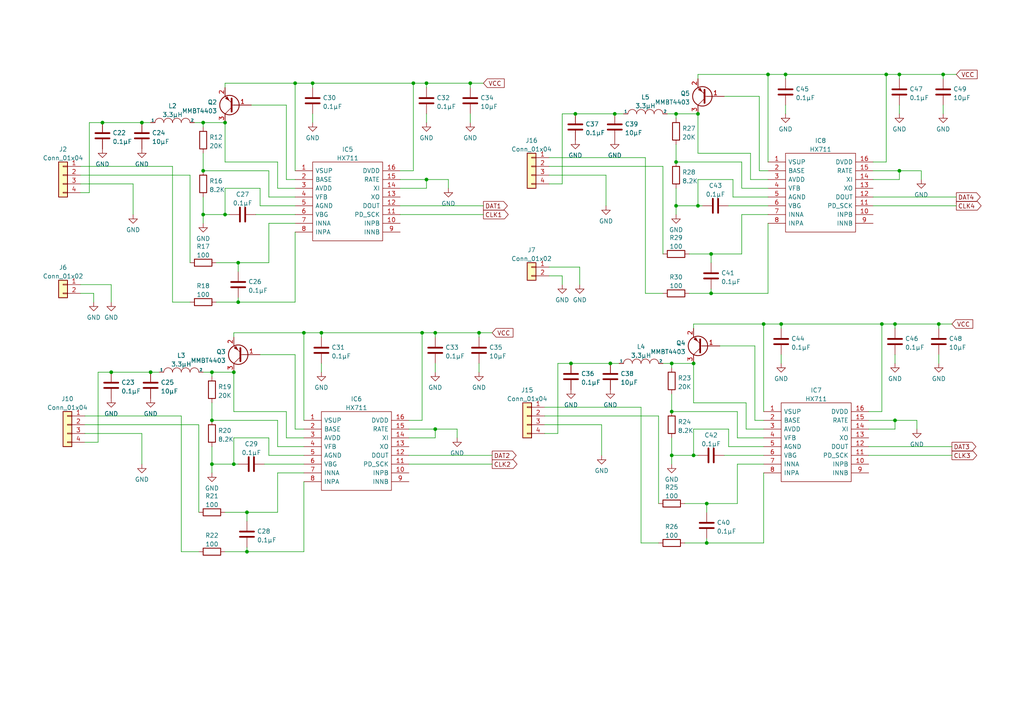
<source format=kicad_sch>
(kicad_sch (version 20231120) (generator "eeschema") (generator_version "8.0")
  (paper "A4")
  (junction (at 122.428 96.52))
  (junction (at 221.488 93.98))
  (junction (at 126.238 124.46))
  (junction (at 260.858 49.53))
  (junction (at 196.088 59.69))
  (junction (at 177.038 105.41))
  (junction (at 196.088 46.99))
  (junction (at 201.168 105.41))
  (junction (at 58.928 49.53))
  (junction (at 202.438 33.02))
  (junction (at 67.818 134.62))
  (junction (at 61.468 107.95))
  (junction (at 123.698 52.07))
  (junction (at 67.818 107.95))
  (junction (at 204.978 157.48))
  (junction (at 93.218 96.52))
  (junction (at 194.818 119.38))
  (junction (at 85.598 24.13))
  (junction (at 136.398 24.13))
  (junction (at 257.048 21.59))
  (junction (at 194.818 132.08))
  (junction (at 165.608 105.41))
  (junction (at 166.878 33.02))
  (junction (at 61.468 134.62))
  (junction (at 196.088 33.02))
  (junction (at 69.088 87.63))
  (junction (at 178.308 33.02))
  (junction (at 201.168 132.08))
  (junction (at 123.698 24.13))
  (junction (at 65.278 35.56))
  (junction (at 58.928 62.23))
  (junction (at 138.938 96.52))
  (junction (at 90.678 24.13))
  (junction (at 69.088 76.2))
  (junction (at 58.928 35.56))
  (junction (at 71.628 148.59))
  (junction (at 126.238 96.52))
  (junction (at 206.248 85.09))
  (junction (at 272.288 93.98))
  (junction (at 29.718 35.56))
  (junction (at 255.778 93.98))
  (junction (at 61.468 121.92))
  (junction (at 273.558 21.59))
  (junction (at 206.248 73.66))
  (junction (at 202.438 59.69))
  (junction (at 259.588 121.92))
  (junction (at 259.588 93.98))
  (junction (at 194.818 105.41))
  (junction (at 204.978 146.05))
  (junction (at 119.888 24.13))
  (junction (at 227.838 21.59))
  (junction (at 43.688 107.95))
  (junction (at 226.568 93.98))
  (junction (at 71.628 160.02))
  (junction (at 32.258 107.95))
  (junction (at 222.758 21.59))
  (junction (at 41.148 35.56))
  (junction (at 65.278 62.23))
  (junction (at 88.138 96.52))
  (junction (at 260.858 21.59))
  (wire (pts (xy 126.238 96.52) (xy 126.238 97.79)))
  (wire (pts (xy 61.468 134.62) (xy 61.468 137.16)))
  (wire (pts (xy 71.628 148.59) (xy 71.628 151.13)))
  (wire (pts (xy 58.928 36.83) (xy 58.928 35.56)))
  (wire (pts (xy 215.138 46.99) (xy 196.088 46.99)))
  (wire (pts (xy 29.718 35.56) (xy 41.148 35.56)))
  (wire (pts (xy 65.278 25.4) (xy 65.278 24.13)))
  (wire (pts (xy 126.238 105.41) (xy 126.238 107.95)))
  (wire (pts (xy 77.978 132.08) (xy 88.138 132.08)))
  (wire (pts (xy 80.518 129.54) (xy 80.518 121.92)))
  (wire (pts (xy 85.598 87.63) (xy 85.598 67.31)))
  (wire (pts (xy 259.588 93.98) (xy 259.588 95.25)))
  (wire (pts (xy 50.038 87.63) (xy 55.118 87.63)))
  (wire (pts (xy 80.518 148.59) (xy 71.628 148.59)))
  (wire (pts (xy 123.698 52.07) (xy 130.048 52.07)))
  (wire (pts (xy 251.968 121.92) (xy 259.588 121.92)))
  (wire (pts (xy 193.548 33.02) (xy 196.088 33.02)))
  (wire (pts (xy 77.978 49.53) (xy 58.928 49.53)))
  (wire (pts (xy 221.488 157.48) (xy 221.488 137.16)))
  (wire (pts (xy 163.068 53.34) (xy 159.258 53.34)))
  (wire (pts (xy 32.258 107.95) (xy 43.688 107.95)))
  (wire (pts (xy 163.068 33.02) (xy 163.068 53.34)))
  (wire (pts (xy 196.088 33.02) (xy 202.438 33.02)))
  (wire (pts (xy 220.218 27.94) (xy 220.218 49.53)))
  (wire (pts (xy 138.938 105.41) (xy 138.938 107.95)))
  (wire (pts (xy 118.618 124.46) (xy 126.238 124.46)))
  (wire (pts (xy 83.058 30.48) (xy 83.058 52.07)))
  (wire (pts (xy 28.448 128.27) (xy 24.638 128.27)))
  (wire (pts (xy 41.148 134.62) (xy 41.148 125.73)))
  (wire (pts (xy 267.208 49.53) (xy 267.208 52.07)))
  (wire (pts (xy 201.168 124.46) (xy 211.328 124.46)))
  (wire (pts (xy 259.588 102.87) (xy 259.588 105.41)))
  (wire (pts (xy 67.818 127) (xy 77.978 127)))
  (wire (pts (xy 80.518 121.92) (xy 61.468 121.92)))
  (wire (pts (xy 187.198 85.09) (xy 192.278 85.09)))
  (wire (pts (xy 257.048 21.59) (xy 257.048 46.99)))
  (wire (pts (xy 191.008 120.65) (xy 157.988 120.65)))
  (wire (pts (xy 23.368 82.55) (xy 32.258 82.55)))
  (wire (pts (xy 85.598 102.87) (xy 85.598 124.46)))
  (wire (pts (xy 187.198 45.72) (xy 187.198 85.09)))
  (wire (pts (xy 75.438 102.87) (xy 85.598 102.87)))
  (wire (pts (xy 178.308 33.02) (xy 180.848 33.02)))
  (wire (pts (xy 138.938 96.52) (xy 138.938 97.79)))
  (wire (pts (xy 123.698 33.02) (xy 123.698 35.56)))
  (wire (pts (xy 196.088 59.69) (xy 202.438 59.69)))
  (wire (pts (xy 157.988 118.11) (xy 185.928 118.11)))
  (wire (pts (xy 23.368 48.26) (xy 50.038 48.26)))
  (wire (pts (xy 196.088 54.61) (xy 196.088 59.69)))
  (wire (pts (xy 57.658 148.59) (xy 57.658 123.19)))
  (wire (pts (xy 61.468 109.22) (xy 61.468 107.95)))
  (wire (pts (xy 88.138 160.02) (xy 88.138 139.7)))
  (wire (pts (xy 213.868 119.38) (xy 194.818 119.38)))
  (wire (pts (xy 221.488 93.98) (xy 226.568 93.98)))
  (wire (pts (xy 213.868 146.05) (xy 213.868 134.62)))
  (wire (pts (xy 213.868 134.62) (xy 221.488 134.62)))
  (wire (pts (xy 213.868 127) (xy 213.868 119.38)))
  (wire (pts (xy 23.368 85.09) (xy 27.178 85.09)))
  (wire (pts (xy 202.438 21.59) (xy 222.758 21.59)))
  (wire (pts (xy 259.588 121.92) (xy 265.938 121.92)))
  (wire (pts (xy 119.888 24.13) (xy 123.698 24.13)))
  (wire (pts (xy 61.468 134.62) (xy 67.818 134.62)))
  (wire (pts (xy 85.598 52.07) (xy 83.058 52.07)))
  (wire (pts (xy 255.778 93.98) (xy 255.778 119.38)))
  (wire (pts (xy 185.928 118.11) (xy 185.928 157.48)))
  (wire (pts (xy 132.588 124.46) (xy 132.588 127)))
  (wire (pts (xy 80.518 148.59) (xy 80.518 137.16)))
  (wire (pts (xy 24.638 120.65) (xy 52.578 120.65)))
  (wire (pts (xy 194.818 132.08) (xy 194.818 134.62)))
  (wire (pts (xy 88.138 96.52) (xy 88.138 121.92)))
  (wire (pts (xy 273.558 21.59) (xy 273.558 22.86)))
  (wire (pts (xy 62.738 76.2) (xy 69.088 76.2)))
  (wire (pts (xy 88.138 129.54) (xy 80.518 129.54)))
  (wire (pts (xy 217.678 44.45) (xy 217.678 52.07)))
  (wire (pts (xy 192.278 48.26) (xy 159.258 48.26)))
  (wire (pts (xy 67.818 96.52) (xy 88.138 96.52)))
  (wire (pts (xy 136.398 24.13) (xy 136.398 25.4)))
  (wire (pts (xy 260.858 21.59) (xy 273.558 21.59)))
  (wire (pts (xy 201.168 105.41) (xy 201.168 116.84)))
  (wire (pts (xy 196.088 41.91) (xy 196.088 46.99)))
  (wire (pts (xy 202.438 52.07) (xy 212.598 52.07)))
  (wire (pts (xy 138.938 96.52) (xy 142.748 96.52)))
  (wire (pts (xy 257.048 46.99) (xy 253.238 46.99)))
  (wire (pts (xy 222.758 49.53) (xy 220.218 49.53)))
  (wire (pts (xy 159.258 45.72) (xy 187.198 45.72)))
  (wire (pts (xy 206.248 73.66) (xy 206.248 76.2)))
  (wire (pts (xy 90.678 24.13) (xy 119.888 24.13)))
  (wire (pts (xy 69.088 87.63) (xy 85.598 87.63)))
  (wire (pts (xy 77.978 64.77) (xy 85.598 64.77)))
  (wire (pts (xy 177.038 105.41) (xy 179.578 105.41)))
  (wire (pts (xy 202.438 22.86) (xy 202.438 21.59)))
  (wire (pts (xy 83.058 119.38) (xy 83.058 127)))
  (wire (pts (xy 118.618 134.62) (xy 142.748 134.62)))
  (wire (pts (xy 67.818 134.62) (xy 67.818 127)))
  (wire (pts (xy 58.928 57.15) (xy 58.928 62.23)))
  (wire (pts (xy 69.088 76.2) (xy 69.088 78.74)))
  (wire (pts (xy 185.928 157.48) (xy 191.008 157.48)))
  (wire (pts (xy 52.578 120.65) (xy 52.578 160.02)))
  (wire (pts (xy 215.138 73.66) (xy 206.248 73.66)))
  (wire (pts (xy 65.278 62.23) (xy 65.278 54.61)))
  (wire (pts (xy 57.658 123.19) (xy 24.638 123.19)))
  (wire (pts (xy 227.838 30.48) (xy 227.838 33.02)))
  (wire (pts (xy 206.248 85.09) (xy 222.758 85.09)))
  (wire (pts (xy 260.858 21.59) (xy 260.858 22.86)))
  (wire (pts (xy 69.088 86.36) (xy 69.088 87.63)))
  (wire (pts (xy 90.678 33.02) (xy 90.678 35.56)))
  (wire (pts (xy 77.978 57.15) (xy 77.978 49.53)))
  (wire (pts (xy 58.928 107.95) (xy 61.468 107.95)))
  (wire (pts (xy 25.908 35.56) (xy 25.908 55.88)))
  (wire (pts (xy 206.248 83.82) (xy 206.248 85.09)))
  (wire (pts (xy 41.148 35.56) (xy 43.688 35.56)))
  (wire (pts (xy 255.778 93.98) (xy 259.588 93.98)))
  (wire (pts (xy 85.598 57.15) (xy 77.978 57.15)))
  (wire (pts (xy 27.178 85.09) (xy 27.178 87.63)))
  (wire (pts (xy 161.798 125.73) (xy 157.988 125.73)))
  (wire (pts (xy 61.468 107.95) (xy 67.818 107.95)))
  (wire (pts (xy 85.598 24.13) (xy 90.678 24.13)))
  (wire (pts (xy 136.398 24.13) (xy 140.208 24.13)))
  (wire (pts (xy 255.778 119.38) (xy 251.968 119.38)))
  (wire (pts (xy 221.488 127) (xy 213.868 127)))
  (wire (pts (xy 221.488 121.92) (xy 218.948 121.92)))
  (wire (pts (xy 253.238 52.07) (xy 260.858 52.07)))
  (wire (pts (xy 77.978 76.2) (xy 77.978 64.77)))
  (wire (pts (xy 260.858 49.53) (xy 260.858 52.07)))
  (wire (pts (xy 226.568 102.87) (xy 226.568 105.41)))
  (wire (pts (xy 116.078 54.61) (xy 123.698 54.61)))
  (wire (pts (xy 90.678 24.13) (xy 90.678 25.4)))
  (wire (pts (xy 272.288 93.98) (xy 272.288 95.25)))
  (wire (pts (xy 157.988 123.19) (xy 174.498 123.19)))
  (wire (pts (xy 67.818 119.38) (xy 83.058 119.38)))
  (wire (pts (xy 75.438 59.69) (xy 85.598 59.69)))
  (wire (pts (xy 74.168 62.23) (xy 85.598 62.23)))
  (wire (pts (xy 69.088 134.62) (xy 67.818 134.62)))
  (wire (pts (xy 192.278 105.41) (xy 194.818 105.41)))
  (wire (pts (xy 116.078 52.07) (xy 123.698 52.07)))
  (wire (pts (xy 211.328 129.54) (xy 221.488 129.54)))
  (wire (pts (xy 273.558 21.59) (xy 277.368 21.59)))
  (wire (pts (xy 23.368 53.34) (xy 38.608 53.34)))
  (wire (pts (xy 122.428 96.52) (xy 126.238 96.52)))
  (wire (pts (xy 253.238 59.69) (xy 277.368 59.69)))
  (wire (pts (xy 272.288 102.87) (xy 272.288 105.41)))
  (wire (pts (xy 226.568 93.98) (xy 255.778 93.98)))
  (wire (pts (xy 85.598 24.13) (xy 85.598 49.53)))
  (wire (pts (xy 123.698 52.07) (xy 123.698 54.61)))
  (wire (pts (xy 93.218 96.52) (xy 93.218 97.79)))
  (wire (pts (xy 227.838 21.59) (xy 227.838 22.86)))
  (wire (pts (xy 65.278 54.61) (xy 75.438 54.61)))
  (wire (pts (xy 126.238 124.46) (xy 132.588 124.46)))
  (wire (pts (xy 163.068 80.01) (xy 163.068 82.55)))
  (wire (pts (xy 211.328 59.69) (xy 222.758 59.69)))
  (wire (pts (xy 119.888 49.53) (xy 116.078 49.53)))
  (wire (pts (xy 194.818 127) (xy 194.818 132.08)))
  (wire (pts (xy 159.258 50.8) (xy 175.768 50.8)))
  (wire (pts (xy 175.768 59.69) (xy 175.768 50.8)))
  (wire (pts (xy 194.818 114.3) (xy 194.818 119.38)))
  (wire (pts (xy 166.878 33.02) (xy 178.308 33.02)))
  (wire (pts (xy 210.058 132.08) (xy 221.488 132.08)))
  (wire (pts (xy 215.138 73.66) (xy 215.138 62.23)))
  (wire (pts (xy 116.078 59.69) (xy 140.208 59.69)))
  (wire (pts (xy 222.758 21.59) (xy 222.758 46.99)))
  (wire (pts (xy 211.328 124.46) (xy 211.328 129.54)))
  (wire (pts (xy 216.408 124.46) (xy 221.488 124.46)))
  (wire (pts (xy 93.218 105.41) (xy 93.218 107.95)))
  (wire (pts (xy 71.628 160.02) (xy 88.138 160.02)))
  (wire (pts (xy 38.608 62.23) (xy 38.608 53.34)))
  (wire (pts (xy 191.008 146.05) (xy 191.008 120.65)))
  (wire (pts (xy 88.138 124.46) (xy 85.598 124.46)))
  (wire (pts (xy 71.628 158.75) (xy 71.628 160.02)))
  (wire (pts (xy 77.978 76.2) (xy 69.088 76.2)))
  (wire (pts (xy 203.708 59.69) (xy 202.438 59.69)))
  (wire (pts (xy 93.218 96.52) (xy 122.428 96.52)))
  (wire (pts (xy 72.898 30.48) (xy 83.058 30.48)))
  (wire (pts (xy 208.788 100.33) (xy 218.948 100.33)))
  (wire (pts (xy 201.168 132.08) (xy 201.168 124.46)))
  (wire (pts (xy 61.468 129.54) (xy 61.468 134.62)))
  (wire (pts (xy 259.588 121.92) (xy 259.588 124.46)))
  (wire (pts (xy 210.058 27.94) (xy 220.218 27.94)))
  (wire (pts (xy 221.488 93.98) (xy 221.488 119.38)))
  (wire (pts (xy 204.978 157.48) (xy 221.488 157.48)))
  (wire (pts (xy 212.598 52.07) (xy 212.598 57.15)))
  (wire (pts (xy 257.048 21.59) (xy 260.858 21.59)))
  (wire (pts (xy 194.818 105.41) (xy 201.168 105.41)))
  (wire (pts (xy 201.168 95.25) (xy 201.168 93.98)))
  (wire (pts (xy 199.898 85.09) (xy 206.248 85.09)))
  (wire (pts (xy 123.698 24.13) (xy 123.698 25.4)))
  (wire (pts (xy 199.898 73.66) (xy 206.248 73.66)))
  (wire (pts (xy 217.678 52.07) (xy 222.758 52.07)))
  (wire (pts (xy 43.688 107.95) (xy 46.228 107.95)))
  (wire (pts (xy 196.088 59.69) (xy 196.088 62.23)))
  (wire (pts (xy 58.928 62.23) (xy 58.928 64.77)))
  (wire (pts (xy 118.618 132.08) (xy 142.748 132.08)))
  (wire (pts (xy 196.088 34.29) (xy 196.088 33.02)))
  (wire (pts (xy 122.428 121.92) (xy 118.618 121.92)))
  (wire (pts (xy 62.738 87.63) (xy 69.088 87.63)))
  (wire (pts (xy 161.798 105.41) (xy 165.608 105.41)))
  (wire (pts (xy 216.408 116.84) (xy 216.408 124.46)))
  (wire (pts (xy 126.238 124.46) (xy 126.238 127)))
  (wire (pts (xy 24.638 125.73) (xy 41.148 125.73)))
  (wire (pts (xy 201.168 116.84) (xy 216.408 116.84)))
  (wire (pts (xy 66.548 62.23) (xy 65.278 62.23)))
  (wire (pts (xy 88.138 96.52) (xy 93.218 96.52)))
  (wire (pts (xy 52.578 160.02) (xy 57.658 160.02)))
  (wire (pts (xy 80.518 54.61) (xy 85.598 54.61)))
  (wire (pts (xy 202.438 132.08) (xy 201.168 132.08)))
  (wire (pts (xy 201.168 93.98) (xy 221.488 93.98)))
  (wire (pts (xy 161.798 105.41) (xy 161.798 125.73)))
  (wire (pts (xy 218.948 100.33) (xy 218.948 121.92)))
  (wire (pts (xy 202.438 33.02) (xy 202.438 44.45)))
  (wire (pts (xy 67.818 107.95) (xy 67.818 119.38)))
  (wire (pts (xy 260.858 49.53) (xy 267.208 49.53)))
  (wire (pts (xy 202.438 44.45) (xy 217.678 44.45)))
  (wire (pts (xy 215.138 54.61) (xy 215.138 46.99)))
  (wire (pts (xy 55.118 50.8) (xy 23.368 50.8)))
  (wire (pts (xy 272.288 93.98) (xy 276.098 93.98)))
  (wire (pts (xy 265.938 121.92) (xy 265.938 124.46)))
  (wire (pts (xy 198.628 157.48) (xy 204.978 157.48)))
  (wire (pts (xy 65.278 24.13) (xy 85.598 24.13)))
  (wire (pts (xy 76.708 134.62) (xy 88.138 134.62)))
  (wire (pts (xy 259.588 93.98) (xy 272.288 93.98)))
  (wire (pts (xy 202.438 59.69) (xy 202.438 52.07)))
  (wire (pts (xy 222.758 54.61) (xy 215.138 54.61)))
  (wire (pts (xy 32.258 82.55) (xy 32.258 87.63)))
  (wire (pts (xy 159.258 77.47) (xy 168.148 77.47)))
  (wire (pts (xy 198.628 146.05) (xy 204.978 146.05)))
  (wire (pts (xy 75.438 54.61) (xy 75.438 59.69)))
  (wire (pts (xy 130.048 52.07) (xy 130.048 54.61)))
  (wire (pts (xy 61.468 116.84) (xy 61.468 121.92)))
  (wire (pts (xy 260.858 30.48) (xy 260.858 33.02)))
  (wire (pts (xy 165.608 105.41) (xy 177.038 105.41)))
  (wire (pts (xy 25.908 55.88) (xy 23.368 55.88)))
  (wire (pts (xy 126.238 96.52) (xy 138.938 96.52)))
  (wire (pts (xy 123.698 24.13) (xy 136.398 24.13)))
  (wire (pts (xy 118.618 127) (xy 126.238 127)))
  (wire (pts (xy 25.908 35.56) (xy 29.718 35.56)))
  (wire (pts (xy 50.038 48.26) (xy 50.038 87.63)))
  (wire (pts (xy 168.148 77.47) (xy 168.148 82.55)))
  (wire (pts (xy 58.928 35.56) (xy 65.278 35.56)))
  (wire (pts (xy 194.818 132.08) (xy 201.168 132.08)))
  (wire (pts (xy 28.448 107.95) (xy 28.448 128.27)))
  (wire (pts (xy 253.238 49.53) (xy 260.858 49.53)))
  (wire (pts (xy 116.078 62.23) (xy 140.208 62.23)))
  (wire (pts (xy 136.398 33.02) (xy 136.398 35.56)))
  (wire (pts (xy 253.238 57.15) (xy 277.368 57.15)))
  (wire (pts (xy 174.498 132.08) (xy 174.498 123.19)))
  (wire (pts (xy 55.118 76.2) (xy 55.118 50.8)))
  (wire (pts (xy 119.888 24.13) (xy 119.888 49.53)))
  (wire (pts (xy 222.758 21.59) (xy 227.838 21.59)))
  (wire (pts (xy 65.278 35.56) (xy 65.278 46.99)))
  (wire (pts (xy 251.968 129.54) (xy 276.098 129.54)))
  (wire (pts (xy 227.838 21.59) (xy 257.048 21.59)))
  (wire (pts (xy 28.448 107.95) (xy 32.258 107.95)))
  (wire (pts (xy 226.568 93.98) (xy 226.568 95.25)))
  (wire (pts (xy 213.868 146.05) (xy 204.978 146.05)))
  (wire (pts (xy 251.968 132.08) (xy 276.098 132.08)))
  (wire (pts (xy 80.518 137.16) (xy 88.138 137.16)))
  (wire (pts (xy 273.558 30.48) (xy 273.558 33.02)))
  (wire (pts (xy 56.388 35.56) (xy 58.928 35.56)))
  (wire (pts (xy 222.758 85.09) (xy 222.758 64.77)))
  (wire (pts (xy 163.068 33.02) (xy 166.878 33.02)))
  (wire (pts (xy 204.978 146.05) (xy 204.978 148.59)))
  (wire (pts (xy 58.928 44.45) (xy 58.928 49.53)))
  (wire (pts (xy 122.428 96.52) (xy 122.428 121.92)))
  (wire (pts (xy 194.818 106.68) (xy 194.818 105.41)))
  (wire (pts (xy 58.928 62.23) (xy 65.278 62.23)))
  (wire (pts (xy 192.278 73.66) (xy 192.278 48.26)))
  (wire (pts (xy 159.258 80.01) (xy 163.068 80.01)))
  (wire (pts (xy 67.818 97.79) (xy 67.818 96.52)))
  (wire (pts (xy 204.978 156.21) (xy 204.978 157.48)))
  (wire (pts (xy 215.138 62.23) (xy 222.758 62.23)))
  (wire (pts (xy 80.518 46.99) (xy 80.518 54.61)))
  (wire (pts (xy 251.968 124.46) (xy 259.588 124.46)))
  (wire (pts (xy 212.598 57.15) (xy 222.758 57.15)))
  (wire (pts (xy 65.278 160.02) (xy 71.628 160.02)))
  (wire (pts (xy 83.058 127) (xy 88.138 127)))
  (wire (pts (xy 77.978 127) (xy 77.978 132.08)))
  (wire (pts (xy 65.278 148.59) (xy 71.628 148.59)))
  (wire (pts (xy 65.278 46.99) (xy 80.518 46.99)))
  (global_label "CLK2" (shape output) (at 142.748 134.62 0) (property "Intersheetrefs" "${INTERSHEET_REFS}" (effects (hide yes))))
  (global_label "CLK3" (shape output) (at 276.098 132.08 0) (property "Intersheetrefs" "${INTERSHEET_REFS}" (effects (hide yes))))
  (global_label "VCC" (shape input) (at 277.368 21.59 0) (property "Intersheetrefs" "${INTERSHEET_REFS}" (effects (hide yes))))
  (global_label "DAT1" (shape output) (at 140.208 59.69 0) (property "Intersheetrefs" "${INTERSHEET_REFS}" (effects (hide yes))))
  (global_label "DAT4" (shape output) (at 277.368 57.15 0) (property "Intersheetrefs" "${INTERSHEET_REFS}" (effects (hide yes))))
  (global_label "VCC" (shape input) (at 140.208 24.13 0) (property "Intersheetrefs" "${INTERSHEET_REFS}" (effects (hide yes))))
  (global_label "CLK1" (shape output) (at 140.208 62.23 0) (property "Intersheetrefs" "${INTERSHEET_REFS}" (effects (hide yes))))
  (global_label "VCC" (shape input) (at 142.748 96.52 0) (property "Intersheetrefs" "${INTERSHEET_REFS}" (effects (hide yes))))
  (global_label "CLK4" (shape output) (at 277.368 59.69 0) (property "Intersheetrefs" "${INTERSHEET_REFS}" (effects (hide yes))))
  (global_label "VCC" (shape input) (at 276.098 93.98 0) (property "Intersheetrefs" "${INTERSHEET_REFS}" (effects (hide yes))))
  (global_label "DAT3" (shape output) (at 276.098 129.54 0) (property "Intersheetrefs" "${INTERSHEET_REFS}" (effects (hide yes))))
  (global_label "DAT2" (shape output) (at 142.748 132.08 0) (property "Intersheetrefs" "${INTERSHEET_REFS}" (effects (hide yes))))
  (symbol (lib_id "Device:R") (at 194.818 146.05 270) (unit 1)
    (property "Reference" "R25" (at 194.818 141.3342 90))
    (property "Value" "100" (at 194.818 143.8711 90))
    (property "Footprint" "Resistor_SMD:R_0603_1608Metric" (effects (hide yes)))
    (instances (project "Open_beehive_scale_V0.5" (path "" (reference "R25") (unit 1))) (project "Support_TTGO_inversé" (path "" (reference "R12") (unit 1))))
  )
  (symbol (lib_id "power:GND") (at 136.398 35.56 0) (unit 1)
    (property "Reference" "#PWR0176" (effects (hide yes)))
    (property "Value" "GND" (at 136.398 40.0034 0))
    (instances (project "Open_beehive_scale_V0.5" (path "" (reference "#PWR0176") (unit 1))) (project "Support_TTGO_inversé" (path "" (reference "#PWR026") (unit 1))))
  )
  (symbol (lib_id "power:GND") (at 90.678 35.56 0) (unit 1)
    (property "Reference" "#PWR0184" (effects (hide yes)))
    (property "Value" "GND" (at 90.678 40.0034 0))
    (instances (project "Open_beehive_scale_V0.5" (path "" (reference "#PWR0184") (unit 1))) (project "Support_TTGO_inversé" (path "" (reference "#PWR020") (unit 1))))
  )
  (symbol (lib_id "Device:C") (at 165.608 109.22 0) (unit 1)
    (property "Reference" "C36" (at 168.529 108.3853 0) (effects (justify left)))
    (property "Value" "0.1µF" (at 168.529 110.9222 0) (effects (justify left)))
    (property "Footprint" "Capacitor_SMD:C_0603_1608Metric" (effects (hide yes)))
    (instances (project "Open_beehive_scale_V0.5" (path "" (reference "C36") (unit 1))) (project "Support_TTGO_inversé" (path "" (reference "C15") (unit 1))))
  )
  (symbol (lib_id "Device:C") (at 206.248 80.01 0) (unit 1)
    (property "Reference" "C41" (at 209.169 79.1753 0) (effects (justify left)))
    (property "Value" "0.1µF" (at 209.169 81.7122 0) (effects (justify left)))
    (property "Footprint" "Capacitor_SMD:C_0603_1608Metric" (effects (hide yes)))
    (instances (project "Open_beehive_scale_V0.5" (path "" (reference "C41") (unit 1))) (project "Support_TTGO_inversé" (path "" (reference "C20") (unit 1))))
  )
  (symbol (lib_id "Device:C") (at 166.878 36.83 0) (unit 1)
    (property "Reference" "C37" (at 169.799 35.9953 0) (effects (justify left)))
    (property "Value" "0.1µF" (at 169.799 38.5322 0) (effects (justify left)))
    (property "Footprint" "Capacitor_SMD:C_0603_1608Metric" (effects (hide yes)))
    (instances (project "Open_beehive_scale_V0.5" (path "" (reference "C37") (unit 1))) (project "Support_TTGO_inversé" (path "" (reference "C16") (unit 1))))
  )
  (symbol (lib_id "power:GND") (at 61.468 137.16 0) (unit 1)
    (property "Reference" "#PWR0173" (effects (hide yes)))
    (property "Value" "GND" (at 61.468 141.6034 0))
    (instances (project "Open_beehive_scale_V0.5" (path "" (reference "#PWR0173") (unit 1))) (project "Support_TTGO_inversé" (path "" (reference "#PWR019") (unit 1))))
  )
  (symbol (lib_id "Device:R") (at 194.818 110.49 0) (unit 1)
    (property "Reference" "R23" (at 196.596 109.6553 0) (effects (justify left)))
    (property "Value" "20K" (at 196.596 112.1922 0) (effects (justify left)))
    (property "Footprint" "Resistor_SMD:R_0603_1608Metric" (effects (hide yes)))
    (instances (project "Open_beehive_scale_V0.5" (path "" (reference "R23") (unit 1))) (project "Support_TTGO_inversé" (path "" (reference "R10") (unit 1))))
  )
  (symbol (lib_id "Device:C") (at 43.688 111.76 0) (unit 1)
    (property "Reference" "C25" (at 46.609 110.9253 0) (effects (justify left)))
    (property "Value" "10µF" (at 46.609 113.4622 0) (effects (justify left)))
    (property "Footprint" "Capacitor_SMD:C_0805_2012Metric" (effects (hide yes)))
    (instances (project "Open_beehive_scale_V0.5" (path "" (reference "C25") (unit 1))) (project "Support_TTGO_inversé" (path "" (reference "C4") (unit 1))))
  )
  (symbol (lib_id "pspice:INDUCTOR") (at 50.038 35.56 0) (unit 1)
    (property "Reference" "L2" (at 50.038 30.7172 0))
    (property "Value" "3.3µH" (at 50.038 33.2541 0))
    (property "Footprint" "Inductor_SMD:L_0603_1608Metric" (effects (hide yes)))
    (instances (project "Open_beehive_scale_V0.5" (path "" (reference "L2") (unit 1))) (project "Support_TTGO_inversé" (path "" (reference "L1") (unit 1))))
  )
  (symbol (lib_id "HX711:HX711") (at 222.758 46.99 0) (unit 1)
    (property "Reference" "IC8" (at 237.998 40.801 0))
    (property "Value" "HX711" (at 237.998 43.3379 0))
    (property "Footprint" "Empreintes:SOIC127P600X160-16N" (effects (hide yes)))
    (property "Datasheet" "https://cdn.sparkfun.com/datasheets/Sensors/ForceFlex/hx711_english.pdf" (effects (hide yes)))
    (property "Description" "24-Bit Analog-to-Digital Converter (ADC) for Weigh Scale" (effects (hide yes)))
    (property "Height" "1.6" (effects (hide yes)))
    (property "Manufacturer_Name" "AVIA Semiconductor" (effects (hide yes)))
    (property "Manufacturer_Part_Number" "HX711" (effects (hide yes)))
    (instances (project "Open_beehive_scale_V0.5" (path "" (reference "IC8") (unit 1))) (project "Support_TTGO_inversé" (path "" (reference "IC4") (unit 1))))
  )
  (symbol (lib_id "power:GND") (at 265.938 124.46 0) (unit 1)
    (property "Reference" "#PWR0139" (effects (hide yes)))
    (property "Value" "GND" (at 265.938 128.9034 0))
    (instances (project "Open_beehive_scale_V0.5" (path "" (reference "#PWR0139") (unit 1))) (project "Support_TTGO_inversé" (path "" (reference "#PWR042") (unit 1))))
  )
  (symbol (lib_id "power:GND") (at 38.608 62.23 0) (unit 1)
    (property "Reference" "#PWR0179" (effects (hide yes)))
    (property "Value" "GND" (at 38.608 66.6734 0))
    (instances (project "Open_beehive_scale_V0.5" (path "" (reference "#PWR0179") (unit 1))) (project "Support_TTGO_inversé" (path "" (reference "#PWR014") (unit 1))))
  )
  (symbol (lib_id "power:GND") (at 272.288 105.41 0) (unit 1)
    (property "Reference" "#PWR0138" (effects (hide yes)))
    (property "Value" "GND" (at 272.288 109.8534 0))
    (instances (project "Open_beehive_scale_V0.5" (path "" (reference "#PWR0138") (unit 1))) (project "Support_TTGO_inversé" (path "" (reference "#PWR044") (unit 1))))
  )
  (symbol (lib_id "power:GND") (at 93.218 107.95 0) (unit 1)
    (property "Reference" "#PWR0188" (effects (hide yes)))
    (property "Value" "GND" (at 93.218 112.3934 0))
    (instances (project "Open_beehive_scale_V0.5" (path "" (reference "#PWR0188") (unit 1))) (project "Support_TTGO_inversé" (path "" (reference "#PWR021") (unit 1))))
  )
  (symbol (lib_id "Device:R") (at 196.088 50.8 0) (unit 1)
    (property "Reference" "R28" (at 197.866 49.9653 0) (effects (justify left)))
    (property "Value" "8.2K" (at 197.866 52.5022 0) (effects (justify left)))
    (property "Footprint" "Resistor_SMD:R_0603_1608Metric" (effects (hide yes)))
    (instances (project "Open_beehive_scale_V0.5" (path "" (reference "R28") (unit 1))) (project "Support_TTGO_inversé" (path "" (reference "R15") (unit 1))))
  )
  (symbol (lib_id "Device:C") (at 71.628 154.94 0) (unit 1)
    (property "Reference" "C28" (at 74.549 154.1053 0) (effects (justify left)))
    (property "Value" "0.1µF" (at 74.549 156.6422 0) (effects (justify left)))
    (property "Footprint" "Capacitor_SMD:C_0603_1608Metric" (effects (hide yes)))
    (instances (project "Open_beehive_scale_V0.5" (path "" (reference "C28") (unit 1))) (project "Support_TTGO_inversé" (path "" (reference "C7") (unit 1))))
  )
  (symbol (lib_id "Device:C") (at 32.258 111.76 0) (unit 1)
    (property "Reference" "C23" (at 35.179 110.9253 0) (effects (justify left)))
    (property "Value" "0.1µF" (at 35.179 113.4622 0) (effects (justify left)))
    (property "Footprint" "Capacitor_SMD:C_0603_1608Metric" (effects (hide yes)))
    (instances (project "Open_beehive_scale_V0.5" (path "" (reference "C23") (unit 1))) (project "Support_TTGO_inversé" (path "" (reference "C2") (unit 1))))
  )
  (symbol (lib_id "Device:C") (at 41.148 39.37 0) (unit 1)
    (property "Reference" "C24" (at 44.069 38.5353 0) (effects (justify left)))
    (property "Value" "10µF" (at 44.069 41.0722 0) (effects (justify left)))
    (property "Footprint" "Capacitor_SMD:C_0805_2012Metric" (effects (hide yes)))
    (instances (project "Open_beehive_scale_V0.5" (path "" (reference "C24") (unit 1))) (project "Support_TTGO_inversé" (path "" (reference "C3") (unit 1))))
  )
  (symbol (lib_id "Device:C") (at 93.218 101.6 0) (unit 1)
    (property "Reference" "C31" (at 96.139 100.7653 0) (effects (justify left)))
    (property "Value" "0.1µF" (at 96.139 103.3022 0) (effects (justify left)))
    (property "Footprint" "Capacitor_SMD:C_0603_1608Metric" (effects (hide yes)))
    (instances (project "Open_beehive_scale_V0.5" (path "" (reference "C31") (unit 1))) (project "Support_TTGO_inversé" (path "" (reference "C10") (unit 1))))
  )
  (symbol (lib_id "power:GND") (at 32.258 87.63 0) (unit 1)
    (property "Reference" "#PWR0218" (effects (hide yes)))
    (property "Value" "GND" (at 32.258 92.0734 0))
    (instances (project "Open_beehive_scale_V0.5" (path "" (reference "#PWR0218") (unit 1))) (project "Support_TTGO_inversé" (path "" (reference "#PWR012") (unit 1))))
  )
  (symbol (lib_id "Device:R") (at 194.818 157.48 270) (unit 1)
    (property "Reference" "R26" (at 194.818 152.7642 90))
    (property "Value" "100" (at 194.818 155.3011 90))
    (property "Footprint" "Resistor_SMD:R_0603_1608Metric" (effects (hide yes)))
    (instances (project "Open_beehive_scale_V0.5" (path "" (reference "R26") (unit 1))) (project "Support_TTGO_inversé" (path "" (reference "R13") (unit 1))))
  )
  (symbol (lib_id "HX711:HX711") (at 221.488 119.38 0) (unit 1)
    (property "Reference" "IC7" (at 236.728 113.191 0))
    (property "Value" "HX711" (at 236.728 115.7279 0))
    (property "Footprint" "Empreintes:SOIC127P600X160-16N" (effects (hide yes)))
    (property "Datasheet" "https://cdn.sparkfun.com/datasheets/Sensors/ForceFlex/hx711_english.pdf" (effects (hide yes)))
    (property "Description" "24-Bit Analog-to-Digital Converter (ADC) for Weigh Scale" (effects (hide yes)))
    (property "Height" "1.6" (effects (hide yes)))
    (property "Manufacturer_Name" "AVIA Semiconductor" (effects (hide yes)))
    (property "Manufacturer_Part_Number" "HX711" (effects (hide yes)))
    (instances (project "Open_beehive_scale_V0.5" (path "" (reference "IC7") (unit 1))) (project "Support_TTGO_inversé" (path "" (reference "IC3") (unit 1))))
  )
  (symbol (lib_id "pspice:INDUCTOR") (at 187.198 33.02 0) (unit 1)
    (property "Reference" "L5" (at 187.198 28.1772 0))
    (property "Value" "3.3µH" (at 187.198 30.7141 0))
    (property "Footprint" "Inductor_SMD:L_0603_1608Metric" (effects (hide yes)))
    (instances (project "Open_beehive_scale_V0.5" (path "" (reference "L5") (unit 1))) (project "Support_TTGO_inversé" (path "" (reference "L4") (unit 1))))
  )
  (symbol (lib_id "power:GND") (at 123.698 35.56 0) (unit 1)
    (property "Reference" "#PWR0177" (effects (hide yes)))
    (property "Value" "GND" (at 123.698 40.0034 0))
    (instances (project "Open_beehive_scale_V0.5" (path "" (reference "#PWR0177") (unit 1))) (project "Support_TTGO_inversé" (path "" (reference "#PWR022") (unit 1))))
  )
  (symbol (lib_id "Device:C") (at 69.088 82.55 0) (unit 1)
    (property "Reference" "C26" (at 72.009 81.7153 0) (effects (justify left)))
    (property "Value" "0.1µF" (at 72.009 84.2522 0) (effects (justify left)))
    (property "Footprint" "Capacitor_SMD:C_0603_1608Metric" (effects (hide yes)))
    (instances (project "Open_beehive_scale_V0.5" (path "" (reference "C26") (unit 1))) (project "Support_TTGO_inversé" (path "" (reference "C5") (unit 1))))
  )
  (symbol (lib_id "power:GND") (at 41.148 43.18 0) (unit 1)
    (property "Reference" "#PWR0180" (effects (hide yes)))
    (property "Value" "GND" (at 41.148 47.6234 0))
    (instances (project "Open_beehive_scale_V0.5" (path "" (reference "#PWR0180") (unit 1))) (project "Support_TTGO_inversé" (path "" (reference "#PWR015") (unit 1))))
  )
  (symbol (lib_id "power:GND") (at 41.148 134.62 0) (unit 1)
    (property "Reference" "#PWR0185" (effects (hide yes)))
    (property "Value" "GND" (at 41.148 139.0634 0))
    (instances (project "Open_beehive_scale_V0.5" (path "" (reference "#PWR0185") (unit 1))) (project "Support_TTGO_inversé" (path "" (reference "#PWR016") (unit 1))))
  )
  (symbol (lib_id "Transistor_BJT:MMBTA92") (at 70.358 102.87 180) (unit 1)
    (property "Reference" "Q3" (at 65.5066 102.0353 0) (effects (justify left)))
    (property "Value" "MMBT4403" (at 65.5066 104.5722 0) (effects (justify left)))
    (property "Footprint" "Package_TO_SOT_SMD:SOT-23" (effects (hide yes)))
    (property "Datasheet" "https://www.onsemi.com/pub/Collateral/MMBTA92LT1-D.PDF" (effects (hide yes)))
  )
  (symbol (lib_id "HX711:HX711") (at 88.138 121.92 0) (unit 1)
    (property "Reference" "IC6" (at 103.378 115.731 0))
    (property "Value" "HX711" (at 103.378 118.2679 0))
    (property "Footprint" "Empreintes:SOIC127P600X160-16N" (effects (hide yes)))
    (property "Datasheet" "https://cdn.sparkfun.com/datasheets/Sensors/ForceFlex/hx711_english.pdf" (effects (hide yes)))
    (property "Description" "24-Bit Analog-to-Digital Converter (ADC) for Weigh Scale" (effects (hide yes)))
    (property "Height" "1.6" (effects (hide yes)))
    (property "Manufacturer_Name" "AVIA Semiconductor" (effects (hide yes)))
    (property "Manufacturer_Part_Number" "HX711" (effects (hide yes)))
    (instances (project "Open_beehive_scale_V0.5" (path "" (reference "IC6") (unit 1))) (project "Support_TTGO_inversé" (path "" (reference "IC2") (unit 1))))
  )
  (symbol (lib_id "Device:C") (at 204.978 152.4 0) (unit 1)
    (property "Reference" "C40" (at 207.899 151.5653 0) (effects (justify left)))
    (property "Value" "0.1µF" (at 207.899 154.1022 0) (effects (justify left)))
    (property "Footprint" "Capacitor_SMD:C_0603_1608Metric" (effects (hide yes)))
    (instances (project "Open_beehive_scale_V0.5" (path "" (reference "C40") (unit 1))) (project "Support_TTGO_inversé" (path "" (reference "C19") (unit 1))))
  )
  (symbol (lib_id "Device:R") (at 61.468 160.02 270) (unit 1)
    (property "Reference" "R22" (at 61.468 155.3042 90))
    (property "Value" "100" (at 61.468 157.8411 90))
    (property "Footprint" "Resistor_SMD:R_0603_1608Metric" (effects (hide yes)))
    (instances (project "Open_beehive_scale_V0.5" (path "" (reference "R22") (unit 1))) (project "Support_TTGO_inversé" (path "" (reference "R9") (unit 1))))
  )
  (symbol (lib_id "Device:C") (at 273.558 26.67 0) (unit 1)
    (property "Reference" "C49" (at 276.479 25.8353 0) (effects (justify left)))
    (property "Value" "10µF" (at 276.479 28.3722 0) (effects (justify left)))
    (property "Footprint" "Capacitor_SMD:C_0805_2012Metric" (effects (hide yes)))
    (instances (project "Open_beehive_scale_V0.5" (path "" (reference "C49") (unit 1))) (project "Support_TTGO_inversé" (path "" (reference "C28") (unit 1))))
  )
  (symbol (lib_id "Device:R") (at 58.928 87.63 270) (unit 1)
    (property "Reference" "R18" (at 58.928 82.9142 90))
    (property "Value" "100" (at 58.928 85.4511 90))
    (property "Footprint" "Resistor_SMD:R_0603_1608Metric" (effects (hide yes)))
    (instances (project "Open_beehive_scale_V0.5" (path "" (reference "R18") (unit 1))) (project "Support_TTGO_inversé" (path "" (reference "R5") (unit 1))))
  )
  (symbol (lib_id "Connector_Generic:Conn_01x02") (at 18.288 82.55 0) (mirror y) (unit 1)
    (property "Reference" "J6" (at 18.288 77.5802 0))
    (property "Value" "Conn_01x02" (at 18.288 80.1171 0))
    (property "Footprint" "Empreintes:SHDR2W90P0X500_1X2_1060X980X1380P" (effects (hide yes)))
    (instances (project "Open_beehive_scale_V0.5" (path "" (reference "J6") (unit 1))) (project "Support_TTGO_inversé" (path "" (reference "J12") (unit 1))))
  )
  (symbol (lib_id "power:GND") (at 138.938 107.95 0) (unit 1)
    (property "Reference" "#PWR0181" (effects (hide yes)))
    (property "Value" "GND" (at 138.938 112.3934 0))
    (instances (project "Open_beehive_scale_V0.5" (path "" (reference "#PWR0181") (unit 1))) (project "Support_TTGO_inversé" (path "" (reference "#PWR027") (unit 1))))
  )
  (symbol (lib_id "power:GND") (at 178.308 40.64 0) (unit 1)
    (property "Reference" "#PWR0150" (effects (hide yes)))
    (property "Value" "GND" (at 178.308 45.0834 0))
    (instances (project "Open_beehive_scale_V0.5" (path "" (reference "#PWR0150") (unit 1))) (project "Support_TTGO_inversé" (path "" (reference "#PWR035") (unit 1))))
  )
  (symbol (lib_id "power:GND") (at 29.718 43.18 0) (unit 1)
    (property "Reference" "#PWR0178" (effects (hide yes)))
    (property "Value" "GND" (at 29.718 47.6234 0))
    (instances (project "Open_beehive_scale_V0.5" (path "" (reference "#PWR0178") (unit 1))) (project "Support_TTGO_inversé" (path "" (reference "#PWR011") (unit 1))))
  )
  (symbol (lib_id "Device:C") (at 259.588 99.06 0) (unit 1)
    (property "Reference" "C46" (at 262.509 98.2253 0) (effects (justify left)))
    (property "Value" "0.1µF" (at 262.509 100.7622 0) (effects (justify left)))
    (property "Footprint" "Capacitor_SMD:C_0603_1608Metric" (effects (hide yes)))
    (instances (project "Open_beehive_scale_V0.5" (path "" (reference "C46") (unit 1))) (project "Support_TTGO_inversé" (path "" (reference "C25") (unit 1))))
  )
  (symbol (lib_id "Device:R") (at 196.088 85.09 270) (unit 1)
    (property "Reference" "R30" (at 196.088 80.3742 90))
    (property "Value" "100" (at 196.088 82.9111 90))
    (property "Footprint" "Resistor_SMD:R_0603_1608Metric" (effects (hide yes)))
    (instances (project "Open_beehive_scale_V0.5" (path "" (reference "R30") (unit 1))) (project "Support_TTGO_inversé" (path "" (reference "R17") (unit 1))))
  )
  (symbol (lib_id "Device:R") (at 58.928 76.2 270) (unit 1)
    (property "Reference" "R17" (at 58.928 71.4842 90))
    (property "Value" "100" (at 58.928 74.0211 90))
    (property "Footprint" "Resistor_SMD:R_0603_1608Metric" (effects (hide yes)))
    (instances (project "Open_beehive_scale_V0.5" (path "" (reference "R17") (unit 1))) (project "Support_TTGO_inversé" (path "" (reference "R4") (unit 1))))
  )
  (symbol (lib_id "pspice:INDUCTOR") (at 185.928 105.41 0) (unit 1)
    (property "Reference" "L4" (at 185.928 100.5672 0))
    (property "Value" "3.3µH" (at 185.928 103.1041 0))
    (property "Footprint" "Inductor_SMD:L_0603_1608Metric" (effects (hide yes)))
    (instances (project "Open_beehive_scale_V0.5" (path "" (reference "L4") (unit 1))) (project "Support_TTGO_inversé" (path "" (reference "L3") (unit 1))))
  )
  (symbol (lib_id "power:GND") (at 130.048 54.61 0) (unit 1)
    (property "Reference" "#PWR0175" (effects (hide yes)))
    (property "Value" "GND" (at 130.048 59.0534 0))
    (instances (project "Open_beehive_scale_V0.5" (path "" (reference "#PWR0175") (unit 1))) (project "Support_TTGO_inversé" (path "" (reference "#PWR024") (unit 1))))
  )
  (symbol (lib_id "power:GND") (at 166.878 40.64 0) (unit 1)
    (property "Reference" "#PWR0151" (effects (hide yes)))
    (property "Value" "GND" (at 166.878 45.0834 0))
    (instances (project "Open_beehive_scale_V0.5" (path "" (reference "#PWR0151") (unit 1))) (project "Support_TTGO_inversé" (path "" (reference "#PWR030") (unit 1))))
  )
  (symbol (lib_id "Transistor_BJT:MMBTA92") (at 203.708 100.33 180) (unit 1)
    (property "Reference" "Q4" (at 198.8566 99.4953 0) (effects (justify left)))
    (property "Value" "MMBT4403" (at 198.8566 102.0322 0) (effects (justify left)))
    (property "Footprint" "Package_TO_SOT_SMD:SOT-23" (effects (hide yes)))
    (property "Datasheet" "https://www.onsemi.com/pub/Collateral/MMBTA92LT1-D.PDF" (effects (hide yes)))
  )
  (symbol (lib_id "power:GND") (at 259.588 105.41 0) (unit 1)
    (property "Reference" "#PWR0137" (effects (hide yes)))
    (property "Value" "GND" (at 259.588 109.8534 0))
    (instances (project "Open_beehive_scale_V0.5" (path "" (reference "#PWR0137") (unit 1))) (project "Support_TTGO_inversé" (path "" (reference "#PWR040") (unit 1))))
  )
  (symbol (lib_id "Device:C") (at 178.308 36.83 0) (unit 1)
    (property "Reference" "C39" (at 181.229 35.9953 0) (effects (justify left)))
    (property "Value" "10µF" (at 181.229 38.5322 0) (effects (justify left)))
    (property "Footprint" "Capacitor_SMD:C_0805_2012Metric" (effects (hide yes)))
    (instances (project "Open_beehive_scale_V0.5" (path "" (reference "C39") (unit 1))) (project "Support_TTGO_inversé" (path "" (reference "C18") (unit 1))))
  )
  (symbol (lib_id "Connector_Generic:Conn_01x04") (at 19.558 123.19 0) (mirror y) (unit 1)
    (property "Reference" "J10" (at 19.558 115.6802 0))
    (property "Value" "Conn_01x04" (at 19.558 118.2171 0))
    (property "Footprint" "Empreintes:1725672" (effects (hide yes)))
    (instances (project "Open_beehive_scale_V0.5" (path "" (reference "J10") (unit 1))) (project "Support_TTGO_inversé" (path "" (reference "J13") (unit 1))))
  )
  (symbol (lib_id "power:GND") (at 32.258 115.57 0) (unit 1)
    (property "Reference" "#PWR0186" (effects (hide yes)))
    (property "Value" "GND" (at 32.258 120.0134 0))
    (instances (project "Open_beehive_scale_V0.5" (path "" (reference "#PWR0186") (unit 1))) (project "Support_TTGO_inversé" (path "" (reference "#PWR013") (unit 1))))
  )
  (symbol (lib_id "power:GND") (at 132.588 127 0) (unit 1)
    (property "Reference" "#PWR0183" (effects (hide yes)))
    (property "Value" "GND" (at 132.588 131.4434 0))
    (instances (project "Open_beehive_scale_V0.5" (path "" (reference "#PWR0183") (unit 1))) (project "Support_TTGO_inversé" (path "" (reference "#PWR025") (unit 1))))
  )
  (symbol (lib_id "Connector_Generic:Conn_01x04") (at 18.288 50.8 0) (mirror y) (unit 1)
    (property "Reference" "J2" (at 18.288 43.2902 0))
    (property "Value" "Conn_01x04" (at 18.288 45.8271 0))
    (property "Footprint" "Empreintes:1725672" (effects (hide yes)))
    (instances (project "Open_beehive_scale_V0.5" (path "" (reference "J2") (unit 1))) (project "Support_TTGO_inversé" (path "" (reference "J6") (unit 1))))
  )
  (symbol (lib_id "power:GND") (at 227.838 33.02 0) (unit 1)
    (property "Reference" "#PWR0168" (effects (hide yes)))
    (property "Value" "GND" (at 227.838 37.4634 0))
    (instances (project "Open_beehive_scale_V0.5" (path "" (reference "#PWR0168") (unit 1))) (project "Support_TTGO_inversé" (path "" (reference "#PWR039") (unit 1))))
  )
  (symbol (lib_id "Device:R") (at 196.088 73.66 270) (unit 1)
    (property "Reference" "R29" (at 196.088 68.9442 90))
    (property "Value" "100" (at 196.088 71.4811 90))
    (property "Footprint" "Resistor_SMD:R_0603_1608Metric" (effects (hide yes)))
    (instances (project "Open_beehive_scale_V0.5" (path "" (reference "R29") (unit 1))) (project "Support_TTGO_inversé" (path "" (reference "R16") (unit 1))))
  )
  (symbol (lib_id "power:GND") (at 196.088 62.23 0) (unit 1)
    (property "Reference" "#PWR0166" (effects (hide yes)))
    (property "Value" "GND" (at 196.088 66.6734 0))
    (instances (project "Open_beehive_scale_V0.5" (path "" (reference "#PWR0166") (unit 1))) (project "Support_TTGO_inversé" (path "" (reference "#PWR037") (unit 1))))
  )
  (symbol (lib_id "power:GND") (at 260.858 33.02 0) (unit 1)
    (property "Reference" "#PWR0170" (effects (hide yes)))
    (property "Value" "GND" (at 260.858 37.4634 0))
    (instances (project "Open_beehive_scale_V0.5" (path "" (reference "#PWR0170") (unit 1))) (project "Support_TTGO_inversé" (path "" (reference "#PWR041") (unit 1))))
  )
  (symbol (lib_id "Device:C") (at 227.838 26.67 0) (unit 1)
    (property "Reference" "C45" (at 230.759 25.8353 0) (effects (justify left)))
    (property "Value" "0.1µF" (at 230.759 28.3722 0) (effects (justify left)))
    (property "Footprint" "Capacitor_SMD:C_0603_1608Metric" (effects (hide yes)))
    (instances (project "Open_beehive_scale_V0.5" (path "" (reference "C45") (unit 1))) (project "Support_TTGO_inversé" (path "" (reference "C24") (unit 1))))
  )
  (symbol (lib_id "power:GND") (at 273.558 33.02 0) (unit 1)
    (property "Reference" "#PWR0169" (effects (hide yes)))
    (property "Value" "GND" (at 273.558 37.4634 0))
    (instances (project "Open_beehive_scale_V0.5" (path "" (reference "#PWR0169") (unit 1))) (project "Support_TTGO_inversé" (path "" (reference "#PWR045") (unit 1))))
  )
  (symbol (lib_id "Device:R") (at 61.468 113.03 0) (unit 1)
    (property "Reference" "R19" (at 63.246 112.1953 0) (effects (justify left)))
    (property "Value" "20K" (at 63.246 114.7322 0) (effects (justify left)))
    (property "Footprint" "Resistor_SMD:R_0603_1608Metric" (effects (hide yes)))
    (instances (project "Open_beehive_scale_V0.5" (path "" (reference "R19") (unit 1))) (project "Support_TTGO_inversé" (path "" (reference "R6") (unit 1))))
  )
  (symbol (lib_id "power:GND") (at 226.568 105.41 0) (unit 1)
    (property "Reference" "#PWR0146" (effects (hide yes)))
    (property "Value" "GND" (at 226.568 109.8534 0))
    (instances (project "Open_beehive_scale_V0.5" (path "" (reference "#PWR0146") (unit 1))) (project "Support_TTGO_inversé" (path "" (reference "#PWR038") (unit 1))))
  )
  (symbol (lib_id "power:GND") (at 126.238 107.95 0) (unit 1)
    (property "Reference" "#PWR0182" (effects (hide yes)))
    (property "Value" "GND" (at 126.238 112.3934 0))
    (instances (project "Open_beehive_scale_V0.5" (path "" (reference "#PWR0182") (unit 1))) (project "Support_TTGO_inversé" (path "" (reference "#PWR023") (unit 1))))
  )
  (symbol (lib_id "power:GND") (at 163.068 82.55 0) (unit 1)
    (property "Reference" "#PWR0221" (effects (hide yes)))
    (property "Value" "GND" (at 163.068 86.9934 0))
    (instances (project "Open_beehive_scale_V0.5" (path "" (reference "#PWR0221") (unit 1))) (project "Support_TTGO_inversé" (path "" (reference "#PWR028") (unit 1))))
  )
  (symbol (lib_id "power:GND") (at 165.608 113.03 0) (unit 1)
    (property "Reference" "#PWR0147" (effects (hide yes)))
    (property "Value" "GND" (at 165.608 117.4734 0))
    (instances (project "Open_beehive_scale_V0.5" (path "" (reference "#PWR0147") (unit 1))) (project "Support_TTGO_inversé" (path "" (reference "#PWR029") (unit 1))))
  )
  (symbol (lib_id "Transistor_BJT:MMBTA92") (at 204.978 27.94 180) (unit 1)
    (property "Reference" "Q5" (at 200.1266 27.1053 0) (effects (justify left)))
    (property "Value" "MMBT4403" (at 200.1266 29.6422 0) (effects (justify left)))
    (property "Footprint" "Package_TO_SOT_SMD:SOT-23" (effects (hide yes)))
    (property "Datasheet" "https://www.onsemi.com/pub/Collateral/MMBTA92LT1-D.PDF" (effects (hide yes)))
  )
  (symbol (lib_id "Device:R") (at 58.928 53.34 0) (unit 1)
    (property "Reference" "R16" (at 60.706 52.5053 0) (effects (justify left)))
    (property "Value" "8.2K" (at 60.706 55.0422 0) (effects (justify left)))
    (property "Footprint" "Resistor_SMD:R_0603_1608Metric" (effects (hide yes)))
    (instances (project "Open_beehive_scale_V0.5" (path "" (reference "R16") (unit 1))) (project "Support_TTGO_inversé" (path "" (reference "R3") (unit 1))))
  )
  (symbol (lib_id "power:GND") (at 177.038 113.03 0) (unit 1)
    (property "Reference" "#PWR0149" (effects (hide yes)))
    (property "Value" "GND" (at 177.038 117.4734 0))
    (instances (project "Open_beehive_scale_V0.5" (path "" (reference "#PWR0149") (unit 1))) (project "Support_TTGO_inversé" (path "" (reference "#PWR034") (unit 1))))
  )
  (symbol (lib_id "Device:C") (at 207.518 59.69 90) (unit 1)
    (property "Reference" "C43" (at 207.518 53.8312 90))
    (property "Value" "0.1µF" (at 207.518 56.3681 90))
    (property "Footprint" "Capacitor_SMD:C_0603_1608Metric" (effects (hide yes)))
    (instances (project "Open_beehive_scale_V0.5" (path "" (reference "C43") (unit 1))) (project "Support_TTGO_inversé" (path "" (reference "C22") (unit 1))))
  )
  (symbol (lib_id "power:GND") (at 168.148 82.55 0) (unit 1)
    (property "Reference" "#PWR0220" (effects (hide yes)))
    (property "Value" "GND" (at 168.148 86.9934 0))
    (instances (project "Open_beehive_scale_V0.5" (path "" (reference "#PWR0220") (unit 1))) (project "Support_TTGO_inversé" (path "" (reference "#PWR031") (unit 1))))
  )
  (symbol (lib_id "Device:C") (at 272.288 99.06 0) (unit 1)
    (property "Reference" "C48" (at 275.209 98.2253 0) (effects (justify left)))
    (property "Value" "10µF" (at 275.209 100.7622 0) (effects (justify left)))
    (property "Footprint" "Capacitor_SMD:C_0805_2012Metric" (effects (hide yes)))
    (instances (project "Open_beehive_scale_V0.5" (path "" (reference "C48") (unit 1))) (project "Support_TTGO_inversé" (path "" (reference "C27") (unit 1))))
  )
  (symbol (lib_id "HX711:HX711") (at 85.598 49.53 0) (unit 1)
    (property "Reference" "IC5" (at 100.838 43.341 0))
    (property "Value" "HX711" (at 100.838 45.8779 0))
    (property "Footprint" "Empreintes:SOIC127P600X160-16N" (effects (hide yes)))
    (property "Datasheet" "https://cdn.sparkfun.com/datasheets/Sensors/ForceFlex/hx711_english.pdf" (effects (hide yes)))
    (property "Description" "24-Bit Analog-to-Digital Converter (ADC) for Weigh Scale" (effects (hide yes)))
    (property "Height" "1.6" (effects (hide yes)))
    (property "Manufacturer_Name" "AVIA Semiconductor" (effects (hide yes)))
    (property "Manufacturer_Part_Number" "HX711" (effects (hide yes)))
    (instances (project "Open_beehive_scale_V0.5" (path "" (reference "IC5") (unit 1))) (project "Support_TTGO_inversé" (path "" (reference "IC1") (unit 1))))
  )
  (symbol (lib_id "Device:R") (at 61.468 125.73 0) (unit 1)
    (property "Reference" "R20" (at 63.246 124.8953 0) (effects (justify left)))
    (property "Value" "8.2K" (at 63.246 127.4322 0) (effects (justify left)))
    (property "Footprint" "Resistor_SMD:R_0603_1608Metric" (effects (hide yes)))
    (instances (project "Open_beehive_scale_V0.5" (path "" (reference "R20") (unit 1))) (project "Support_TTGO_inversé" (path "" (reference "R7") (unit 1))))
  )
  (symbol (lib_id "power:GND") (at 267.208 52.07 0) (unit 1)
    (property "Reference" "#PWR0171" (effects (hide yes)))
    (property "Value" "GND" (at 267.208 56.5134 0))
    (instances (project "Open_beehive_scale_V0.5" (path "" (reference "#PWR0171") (unit 1))) (project "Support_TTGO_inversé" (path "" (reference "#PWR043") (unit 1))))
  )
  (symbol (lib_id "Device:R") (at 61.468 148.59 270) (unit 1)
    (property "Reference" "R21" (at 61.468 143.8742 90))
    (property "Value" "100" (at 61.468 146.4111 90))
    (property "Footprint" "Resistor_SMD:R_0603_1608Metric" (effects (hide yes)))
    (instances (project "Open_beehive_scale_V0.5" (path "" (reference "R21") (unit 1))) (project "Support_TTGO_inversé" (path "" (reference "R8") (unit 1))))
  )
  (symbol (lib_id "Connector_Generic:Conn_01x04") (at 152.908 120.65 0) (mirror y) (unit 1)
    (property "Reference" "J15" (at 152.908 113.1402 0))
    (property "Value" "Conn_01x04" (at 152.908 115.6771 0))
    (property "Footprint" "Empreintes:1725672" (effects (hide yes)))
    (instances (project "Open_beehive_scale_V0.5" (path "" (reference "J15") (unit 1))) (project "Support_TTGO_inversé" (path "" (reference "J14") (unit 1))))
  )
  (symbol (lib_id "Device:R") (at 196.088 38.1 0) (unit 1)
    (property "Reference" "R27" (at 197.866 37.2653 0) (effects (justify left)))
    (property "Value" "20K" (at 197.866 39.8022 0) (effects (justify left)))
    (property "Footprint" "Resistor_SMD:R_0603_1608Metric" (effects (hide yes)))
    (instances (project "Open_beehive_scale_V0.5" (path "" (reference "R27") (unit 1))) (project "Support_TTGO_inversé" (path "" (reference "R14") (unit 1))))
  )
  (symbol (lib_id "Device:C") (at 177.038 109.22 0) (unit 1)
    (property "Reference" "C38" (at 179.959 108.3853 0) (effects (justify left)))
    (property "Value" "10µF" (at 179.959 110.9222 0) (effects (justify left)))
    (property "Footprint" "Capacitor_SMD:C_0805_2012Metric" (effects (hide yes)))
    (instances (project "Open_beehive_scale_V0.5" (path "" (reference "C38") (unit 1))) (project "Support_TTGO_inversé" (path "" (reference "C17") (unit 1))))
  )
  (symbol (lib_id "power:GND") (at 58.928 64.77 0) (unit 1)
    (property "Reference" "#PWR0174" (effects (hide yes)))
    (property "Value" "GND" (at 58.928 69.2134 0))
    (instances (project "Open_beehive_scale_V0.5" (path "" (reference "#PWR0174") (unit 1))) (project "Support_TTGO_inversé" (path "" (reference "#PWR018") (unit 1))))
  )
  (symbol (lib_id "Device:C") (at 136.398 29.21 0) (unit 1)
    (property "Reference" "C34" (at 139.319 28.3753 0) (effects (justify left)))
    (property "Value" "10µF" (at 139.319 30.9122 0) (effects (justify left)))
    (property "Footprint" "Capacitor_SMD:C_0805_2012Metric" (effects (hide yes)))
    (instances (project "Open_beehive_scale_V0.5" (path "" (reference "C34") (unit 1))) (project "Support_TTGO_inversé" (path "" (reference "C13") (unit 1))))
  )
  (symbol (lib_id "Connector_Generic:Conn_01x04") (at 154.178 48.26 0) (mirror y) (unit 1)
    (property "Reference" "J16" (at 154.178 40.7502 0))
    (property "Value" "Conn_01x04" (at 154.178 43.2871 0))
    (property "Footprint" "Empreintes:1725672" (effects (hide yes)))
    (instances (project "Open_beehive_scale_V0.5" (path "" (reference "J16") (unit 1))) (project "Support_TTGO_inversé" (path "" (reference "J15") (unit 1))))
  )
  (symbol (lib_id "Device:R") (at 58.928 40.64 0) (unit 1)
    (property "Reference" "R12" (at 60.706 39.8053 0) (effects (justify left)))
    (property "Value" "20K" (at 60.706 42.3422 0) (effects (justify left)))
    (property "Footprint" "Resistor_SMD:R_0603_1608Metric" (effects (hide yes)))
    (instances (project "Open_beehive_scale_V0.5" (path "" (reference "R12") (unit 1))) (project "Support_TTGO_inversé" (path "" (reference "R2") (unit 1))))
  )
  (symbol (lib_id "Device:C") (at 72.898 134.62 90) (unit 1)
    (property "Reference" "C29" (at 72.898 128.7612 90))
    (property "Value" "0.1µF" (at 72.898 131.2981 90))
    (property "Footprint" "Capacitor_SMD:C_0603_1608Metric" (effects (hide yes)))
    (instances (project "Open_beehive_scale_V0.5" (path "" (reference "C29") (unit 1))) (project "Support_TTGO_inversé" (path "" (reference "C8") (unit 1))))
  )
  (symbol (lib_id "Device:C") (at 29.718 39.37 0) (unit 1)
    (property "Reference" "C22" (at 32.639 38.5353 0) (effects (justify left)))
    (property "Value" "0.1µF" (at 32.639 41.0722 0) (effects (justify left)))
    (property "Footprint" "Capacitor_SMD:C_0603_1608Metric" (effects (hide yes)))
    (instances (project "Open_beehive_scale_V0.5" (path "" (reference "C22") (unit 1))) (project "Support_TTGO_inversé" (path "" (reference "C1") (unit 1))))
  )
  (symbol (lib_id "Device:C") (at 123.698 29.21 0) (unit 1)
    (property "Reference" "C32" (at 126.619 28.3753 0) (effects (justify left)))
    (property "Value" "0.1µF" (at 126.619 30.9122 0) (effects (justify left)))
    (property "Footprint" "Capacitor_SMD:C_0603_1608Metric" (effects (hide yes)))
    (instances (project "Open_beehive_scale_V0.5" (path "" (reference "C32") (unit 1))) (project "Support_TTGO_inversé" (path "" (reference "C11") (unit 1))))
  )
  (symbol (lib_id "Transistor_BJT:MMBTA92") (at 67.818 30.48 180) (unit 1)
    (property "Reference" "Q2" (at 62.9666 29.6453 0) (effects (justify left)))
    (property "Value" "MMBT4403" (at 62.9666 32.1822 0) (effects (justify left)))
    (property "Footprint" "Package_TO_SOT_SMD:SOT-23" (effects (hide yes)))
    (property "Datasheet" "https://www.onsemi.com/pub/Collateral/MMBTA92LT1-D.PDF" (effects (hide yes)))
  )
  (symbol (lib_id "power:GND") (at 27.178 87.63 0) (unit 1)
    (property "Reference" "#PWR0219" (effects (hide yes)))
    (property "Value" "GND" (at 27.178 92.0734 0))
    (instances (project "Open_beehive_scale_V0.5" (path "" (reference "#PWR0219") (unit 1))) (project "Support_TTGO_inversé" (path "" (reference "#PWR07") (unit 1))))
  )
  (symbol (lib_id "Device:C") (at 70.358 62.23 90) (unit 1)
    (property "Reference" "C27" (at 70.358 56.3712 90))
    (property "Value" "0.1µF" (at 70.358 58.9081 90))
    (property "Footprint" "Capacitor_SMD:C_0603_1608Metric" (effects (hide yes)))
    (instances (project "Open_beehive_scale_V0.5" (path "" (reference "C27") (unit 1))) (project "Support_TTGO_inversé" (path "" (reference "C6") (unit 1))))
  )
  (symbol (lib_id "Device:C") (at 126.238 101.6 0) (unit 1)
    (property "Reference" "C33" (at 129.159 100.7653 0) (effects (justify left)))
    (property "Value" "0.1µF" (at 129.159 103.3022 0) (effects (justify left)))
    (property "Footprint" "Capacitor_SMD:C_0603_1608Metric" (effects (hide yes)))
    (instances (project "Open_beehive_scale_V0.5" (path "" (reference "C33") (unit 1))) (project "Support_TTGO_inversé" (path "" (reference "C12") (unit 1))))
  )
  (symbol (lib_id "Device:C") (at 226.568 99.06 0) (unit 1)
    (property "Reference" "C44" (at 229.489 98.2253 0) (effects (justify left)))
    (property "Value" "0.1µF" (at 229.489 100.7622 0) (effects (justify left)))
    (property "Footprint" "Capacitor_SMD:C_0603_1608Metric" (effects (hide yes)))
    (instances (project "Open_beehive_scale_V0.5" (path "" (reference "C44") (unit 1))) (project "Support_TTGO_inversé" (path "" (reference "C23") (unit 1))))
  )
  (symbol (lib_id "Device:R") (at 194.818 123.19 0) (unit 1)
    (property "Reference" "R24" (at 196.596 122.3553 0) (effects (justify left)))
    (property "Value" "8.2K" (at 196.596 124.8922 0) (effects (justify left)))
    (property "Footprint" "Resistor_SMD:R_0603_1608Metric" (effects (hide yes)))
    (instances (project "Open_beehive_scale_V0.5" (path "" (reference "R24") (unit 1))) (project "Support_TTGO_inversé" (path "" (reference "R11") (unit 1))))
  )
  (symbol (lib_id "power:GND") (at 174.498 132.08 0) (unit 1)
    (property "Reference" "#PWR0148" (effects (hide yes)))
    (property "Value" "GND" (at 174.498 136.5234 0))
    (instances (project "Open_beehive_scale_V0.5" (path "" (reference "#PWR0148") (unit 1))) (project "Support_TTGO_inversé" (path "" (reference "#PWR032") (unit 1))))
  )
  (symbol (lib_id "Device:C") (at 206.248 132.08 90) (unit 1)
    (property "Reference" "C42" (at 206.248 126.2212 90))
    (property "Value" "0.1µF" (at 206.248 128.7581 90))
    (property "Footprint" "Capacitor_SMD:C_0603_1608Metric" (effects (hide yes)))
    (instances (project "Open_beehive_scale_V0.5" (path "" (reference "C42") (unit 1))) (project "Support_TTGO_inversé" (path "" (reference "C21") (unit 1))))
  )
  (symbol (lib_id "Connector_Generic:Conn_01x02") (at 154.178 77.47 0) (mirror y) (unit 1)
    (property "Reference" "J7" (at 154.178 72.5002 0))
    (property "Value" "Conn_01x02" (at 154.178 75.0371 0))
    (property "Footprint" "Empreintes:SHDR2W90P0X500_1X2_1060X980X1380P" (effects (hide yes)))
    (instances (project "Open_beehive_scale_V0.5" (path "" (reference "J7") (unit 1))) (project "Support_TTGO_inversé" (path "" (reference "J16") (unit 1))))
  )
  (symbol (lib_id "Device:C") (at 90.678 29.21 0) (unit 1)
    (property "Reference" "C30" (at 93.599 28.3753 0) (effects (justify left)))
    (property "Value" "0.1µF" (at 93.599 30.9122 0) (effects (justify left)))
    (property "Footprint" "Capacitor_SMD:C_0603_1608Metric" (effects (hide yes)))
    (instances (project "Open_beehive_scale_V0.5" (path "" (reference "C30") (unit 1))) (project "Support_TTGO_inversé" (path "" (reference "C9") (unit 1))))
  )
  (symbol (lib_id "power:GND") (at 175.768 59.69 0) (unit 1)
    (property "Reference" "#PWR0167" (effects (hide yes)))
    (property "Value" "GND" (at 175.768 64.1334 0))
    (instances (project "Open_beehive_scale_V0.5" (path "" (reference "#PWR0167") (unit 1))) (project "Support_TTGO_inversé" (path "" (reference "#PWR033") (unit 1))))
  )
  (symbol (lib_id "power:GND") (at 194.818 134.62 0) (unit 1)
    (property "Reference" "#PWR0172" (effects (hide yes)))
    (property "Value" "GND" (at 194.818 139.0634 0))
    (instances (project "Open_beehive_scale_V0.5" (path "" (reference "#PWR0172") (unit 1))) (project "Support_TTGO_inversé" (path "" (reference "#PWR036") (unit 1))))
  )
  (symbol (lib_id "Device:C") (at 260.858 26.67 0) (unit 1)
    (property "Reference" "C47" (at 263.779 25.8353 0) (effects (justify left)))
    (property "Value" "0.1µF" (at 263.779 28.3722 0) (effects (justify left)))
    (property "Footprint" "Capacitor_SMD:C_0603_1608Metric" (effects (hide yes)))
    (instances (project "Open_beehive_scale_V0.5" (path "" (reference "C47") (unit 1))) (project "Support_TTGO_inversé" (path "" (reference "C26") (unit 1))))
  )
  (symbol (lib_id "pspice:INDUCTOR") (at 52.578 107.95 0) (unit 1)
    (property "Reference" "L3" (at 52.578 103.1072 0))
    (property "Value" "3.3µH" (at 52.578 105.6441 0))
    (property "Footprint" "Inductor_SMD:L_0603_1608Metric" (effects (hide yes)))
    (instances (project "Open_beehive_scale_V0.5" (path "" (reference "L3") (unit 1))) (project "Support_TTGO_inversé" (path "" (reference "L2") (unit 1))))
  )
  (symbol (lib_id "Device:C") (at 138.938 101.6 0) (unit 1)
    (property "Reference" "C35" (at 141.859 100.7653 0) (effects (justify left)))
    (property "Value" "10µF" (at 141.859 103.3022 0) (effects (justify left)))
    (property "Footprint" "Capacitor_SMD:C_0805_2012Metric" (effects (hide yes)))
    (instances (project "Open_beehive_scale_V0.5" (path "" (reference "C35") (unit 1))) (project "Support_TTGO_inversé" (path "" (reference "C14") (unit 1))))
  )
  (symbol (lib_id "power:GND") (at 43.688 115.57 0) (unit 1)
    (property "Reference" "#PWR0187" (effects (hide yes)))
    (property "Value" "GND" (at 43.688 120.0134 0))
    (instances (project "Open_beehive_scale_V0.5" (path "" (reference "#PWR0187") (unit 1))) (project "Support_TTGO_inversé" (path "" (reference "#PWR017") (unit 1))))
  )
)
</source>
